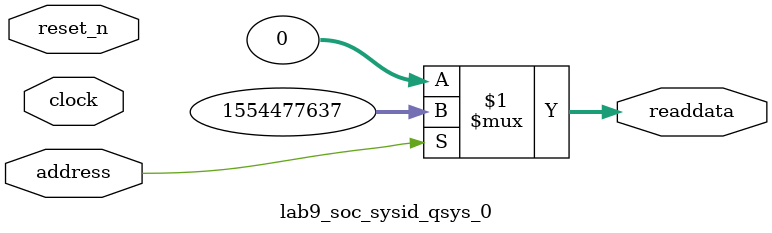
<source format=v>



// synthesis translate_off
`timescale 1ns / 1ps
// synthesis translate_on

// turn off superfluous verilog processor warnings 
// altera message_level Level1 
// altera message_off 10034 10035 10036 10037 10230 10240 10030 

module lab9_soc_sysid_qsys_0 (
               // inputs:
                address,
                clock,
                reset_n,

               // outputs:
                readdata
             )
;

  output  [ 31: 0] readdata;
  input            address;
  input            clock;
  input            reset_n;

  wire    [ 31: 0] readdata;
  //control_slave, which is an e_avalon_slave
  assign readdata = address ? 1554477637 : 0;

endmodule



</source>
